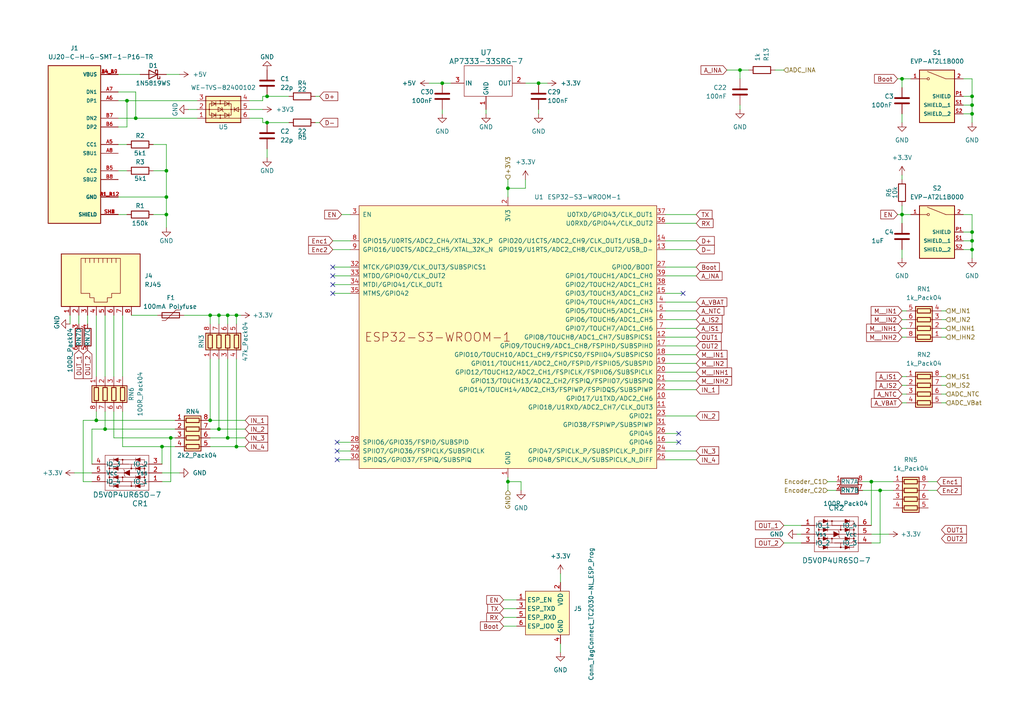
<source format=kicad_sch>
(kicad_sch (version 20230121) (generator eeschema)
  (paper "A4")
  (lib_symbols
    (symbol "BugWiper_Lib:AP7333-33SRG-7" (pin_names (offset 0.254))
      (property "Reference" "U" (at 0 10.16 0))
      (property "Value" "AP7333-33SRG-7" (at 0 7.62 0))
      (symbol "AP7333-33SRG-7_1_1"
        (pin power_out line (at 0 -7.62 90) (length 3.81) (name "GND") (number "1"))
        (pin output line (at 11.43 0 180) (length 3.81) (name "OUT") (number "2"))
        (pin input line (at -10.16 0 0) (length 3.81) (name "IN") (number "3"))
      )
    )
    (symbol "BugWiper_Lib:Conn_TagConnect_TC2030-NL_ESP_Prog" (in_bom no)
      (property "Reference" "J" (at 2.54 11.43 0))
      (property "Value" "Conn_TagConnect_TC2030-NL_ESP_Prog" (at 2.54 8.89 0))
      (symbol "Conn_TagConnect_TC2030-NL_ESP_Prog_1_0"
        (pin bidirectional line (at 7.62 5.08 180) (length 2.54) (name "ESP_EN") (number "1"))
        (pin power_in line (at -5.08 10.16 270) (length 2.54) (name "VDD") (number "2"))
        (pin bidirectional line (at 7.62 2.54 180) (length 2.54) (name "ESP_TXD") (number "3"))
        (pin power_in line (at -5.08 -7.62 90) (length 2.54) (name "GND") (number "4"))
        (pin bidirectional line (at 7.62 0 180) (length 2.54) (name "ESP_RXD") (number "5"))
        (pin bidirectional line (at 7.62 -2.54 180) (length 2.54) (name "ESP_IO0") (number "6"))
      )
    )
    (symbol "BugWiper_Lib:D5V0P4UR6SO-7" (pin_names (offset 0.254))
      (property "Reference" "CR" (at 20.32 10.16 0))
      (property "Value" "D5V0P4UR6SO-7" (at 20.32 7.62 0))
      (symbol "D5V0P4UR6SO-7_1_1"
        (pin unspecified line (at 10.16 0 0) (length 3.81) (name "IO_1") (number "1"))
        (pin unspecified line (at 10.16 -2.54 0) (length 3.81) (name "Vss") (number "2"))
        (pin unspecified line (at 10.16 -5.08 0) (length 3.81) (name "IO_2") (number "3"))
        (pin unspecified line (at 30.48 -5.08 180) (length 3.81) (name "IO_3") (number "4"))
        (pin unspecified line (at 30.48 -2.54 180) (length 3.81) (name "Vcc") (number "5"))
        (pin unspecified line (at 30.48 0 180) (length 3.81) (name "IO_4") (number "6"))
      )
    )
    (symbol "BugWiper_Lib:EVP-AT2L1B000" (pin_names (offset 1.016))
      (property "Reference" "S" (at -5.08 6.35 0))
      (property "Value" "EVP-AT2L1B000" (at -5.08 -11.43 0))
      (symbol "EVP-AT2L1B000_0_0"
        (pin passive line (at 7.62 2.54 180) (length 2.54) (name "~") (number "1"))
        (pin passive line (at -7.62 2.54 0) (length 2.54) (name "~") (number "2"))
        (pin passive line (at -7.62 -2.54 0) (length 2.54) (name "SHIELD") (number "P1"))
        (pin passive line (at -7.62 -5.08 0) (length 2.54) (name "SHIELD__1") (number "S1"))
        (pin passive line (at -7.62 -7.62 0) (length 2.54) (name "SHIELD__2") (number "S2"))
      )
    )
    (symbol "BugWiper_Lib:UJ20-C-H-G-SMT-1-P16-TR" (pin_names (offset 1.016))
      (property "Reference" "J" (at -7.62 23.622 0))
      (property "Value" "UJ20-C-H-G-SMT-1-P16-TR" (at -7.62 -23.622 0))
      (symbol "UJ20-C-H-G-SMT-1-P16-TR_0_0"
        (pin passive line (at 12.7 -15.24 180) (length 5.08) (name "GND") (number "A1_B12"))
        (pin passive line (at 12.7 20.32 180) (length 5.08) (name "VBUS") (number "A4_B9"))
        (pin passive line (at 12.7 0 180) (length 5.08) (name "CC1") (number "A5"))
        (pin passive line (at 12.7 12.7 180) (length 5.08) (name "DP1") (number "A6"))
        (pin passive line (at 12.7 15.24 180) (length 5.08) (name "DN1") (number "A7"))
        (pin passive line (at 12.7 -2.54 180) (length 5.08) (name "SBU1") (number "A8"))
        (pin passive line (at 12.7 -15.24 180) (length 5.08) (name "GND") (number "B1_A12"))
        (pin passive line (at 12.7 20.32 180) (length 5.08) (name "VBUS") (number "B4_A9"))
        (pin passive line (at 12.7 -7.62 180) (length 5.08) (name "CC2") (number "B5"))
        (pin passive line (at 12.7 5.08 180) (length 5.08) (name "DP2") (number "B6"))
        (pin passive line (at 12.7 7.62 180) (length 5.08) (name "DN2") (number "B7"))
        (pin passive line (at 12.7 -10.16 180) (length 5.08) (name "SBU2") (number "B8"))
        (pin passive line (at 12.7 -20.32 180) (length 5.08) (name "SHIELD") (number "SH1"))
        (pin passive line (at 12.7 -20.32 180) (length 5.08) (name "SHIELD") (number "SH2"))
        (pin passive line (at 12.7 -20.32 180) (length 5.08) (name "SHIELD") (number "SH3"))
        (pin passive line (at 12.7 -20.32 180) (length 5.08) (name "SHIELD") (number "SH4"))
      )
    )
    (symbol "Connector:RJ45" (pin_names (offset 1.016))
      (property "Reference" "J" (at -5.08 13.97 0))
      (property "Value" "RJ45" (at 2.54 13.97 0))
      (symbol "RJ45_1_1"
        (pin passive line (at 10.16 -7.62 180) (length 2.54) (name "~") (number "1"))
        (pin passive line (at 10.16 -5.08 180) (length 2.54) (name "~") (number "2"))
        (pin passive line (at 10.16 -2.54 180) (length 2.54) (name "~") (number "3"))
        (pin passive line (at 10.16 0 180) (length 2.54) (name "~") (number "4"))
        (pin passive line (at 10.16 2.54 180) (length 2.54) (name "~") (number "5"))
        (pin passive line (at 10.16 5.08 180) (length 2.54) (name "~") (number "6"))
        (pin passive line (at 10.16 7.62 180) (length 2.54) (name "~") (number "7"))
        (pin passive line (at 10.16 10.16 180) (length 2.54) (name "~") (number "8"))
      )
    )
    (symbol "D5V0P4UR6SO-7_1" (pin_names (offset 0.254))
      (property "Reference" "CR" (at 20.32 10.16 0))
      (property "Value" "D5V0P4UR6SO-7" (at 20.32 7.62 0))
      (symbol "D5V0P4UR6SO-7_1_1_1"
        (pin unspecified line (at 10.16 0 0) (length 3.81) (name "IO_1") (number "1"))
        (pin unspecified line (at 10.16 -2.54 0) (length 3.81) (name "Vss") (number "2"))
        (pin unspecified line (at 10.16 -5.08 0) (length 3.81) (name "IO_2") (number "3"))
        (pin unspecified line (at 30.48 -5.08 180) (length 3.81) (name "IO_3") (number "4"))
        (pin unspecified line (at 30.48 -2.54 180) (length 3.81) (name "Vcc") (number "5"))
        (pin unspecified line (at 30.48 0 180) (length 3.81) (name "IO_4") (number "6"))
      )
    )
    (symbol "Device:C" (pin_numbers hide) (pin_names (offset 0.254))
      (property "Reference" "C" (at 0.635 2.54 0))
      (property "Value" "C" (at 0.635 -2.54 0))
      (symbol "C_1_1"
        (pin passive line (at 0 3.81 270) (length 2.794) (name "~") (number "1"))
        (pin passive line (at 0 -3.81 90) (length 2.794) (name "~") (number "2"))
      )
    )
    (symbol "Device:Polyfuse" (pin_numbers hide) (pin_names (offset 0))
      (property "Reference" "F" (at -2.54 0 90))
      (property "Value" "Polyfuse" (at 2.54 0 90))
      (symbol "Polyfuse_1_1"
        (pin passive line (at 0 3.81 270) (length 1.27) (name "~") (number "1"))
        (pin passive line (at 0 -3.81 90) (length 1.27) (name "~") (number "2"))
      )
    )
    (symbol "Device:R" (pin_numbers hide) (pin_names (offset 0))
      (property "Reference" "R" (at 2.032 0 90))
      (property "Value" "R" (at 0 0 90))
      (symbol "R_1_1"
        (pin passive line (at 0 3.81 270) (length 1.27) (name "~") (number "1"))
        (pin passive line (at 0 -3.81 90) (length 1.27) (name "~") (number "2"))
      )
    )
    (symbol "Device:R_Pack04" (pin_names (offset 0) hide)
      (property "Reference" "RN" (at -7.62 0 90))
      (property "Value" "R_Pack04" (at 5.08 0 90))
      (symbol "R_Pack04_1_1"
        (pin passive line (at -5.08 -5.08 90) (length 2.54) (name "R1.1") (number "1"))
        (pin passive line (at -2.54 -5.08 90) (length 2.54) (name "R2.1") (number "2"))
        (pin passive line (at 0 -5.08 90) (length 2.54) (name "R3.1") (number "3"))
        (pin passive line (at 2.54 -5.08 90) (length 2.54) (name "R4.1") (number "4"))
        (pin passive line (at 2.54 5.08 270) (length 2.54) (name "R4.2") (number "5"))
        (pin passive line (at 0 5.08 270) (length 2.54) (name "R3.2") (number "6"))
        (pin passive line (at -2.54 5.08 270) (length 2.54) (name "R2.2") (number "7"))
        (pin passive line (at -5.08 5.08 270) (length 2.54) (name "R1.2") (number "8"))
      )
    )
    (symbol "Device:R_Pack04_Split" (pin_names (offset 0) hide)
      (property "Reference" "RN" (at 2.032 0 90))
      (property "Value" "R_Pack04_Split" (at 0 0 90))
      (symbol "R_Pack04_Split_1_1"
        (pin passive line (at 0 -3.81 90) (length 1.27) (name "R1.1") (number "1"))
        (pin passive line (at 0 3.81 270) (length 1.27) (name "R1.2") (number "8"))
      )
      (symbol "R_Pack04_Split_2_1"
        (pin passive line (at 0 -3.81 90) (length 1.27) (name "R2.1") (number "2"))
        (pin passive line (at 0 3.81 270) (length 1.27) (name "R2.2") (number "7"))
      )
      (symbol "R_Pack04_Split_3_1"
        (pin passive line (at 0 -3.81 90) (length 1.27) (name "R3.1") (number "3"))
        (pin passive line (at 0 3.81 270) (length 1.27) (name "R3.2") (number "6"))
      )
      (symbol "R_Pack04_Split_4_1"
        (pin passive line (at 0 -3.81 90) (length 1.27) (name "R4.1") (number "4"))
        (pin passive line (at 0 3.81 270) (length 1.27) (name "R4.2") (number "5"))
      )
    )
    (symbol "Diode:1N5819WS" (pin_numbers hide) (pin_names (offset 1.016) hide)
      (property "Reference" "D" (at 0 2.54 0))
      (property "Value" "1N5819WS" (at 0 -2.54 0))
      (symbol "1N5819WS_1_1"
        (pin passive line (at -3.81 0 0) (length 2.54) (name "K") (number "1"))
        (pin passive line (at 3.81 0 180) (length 2.54) (name "A") (number "2"))
      )
    )
    (symbol "PCM_Espressif:ESP32-S3-WROOM-1" (pin_names (offset 1.016))
      (property "Reference" "U" (at -43.18 43.18 0))
      (property "Value" "ESP32-S3-WROOM-1" (at -43.18 40.64 0))
      (symbol "ESP32-S3-WROOM-1_0_0"
        (text "ESP32-S3-WROOM-1" (at -20.32 0 0) (effects (font (size 2.54 2.54))))
        (pin power_in line (at 0 -40.64 90) (length 2.54) (name "GND") (number "1"))
        (pin bidirectional line (at 45.72 -17.78 180) (length 2.54) (name "GPIO17/U1TXD/ADC2_CH6") (number "10"))
        (pin bidirectional line (at 45.72 -20.32 180) (length 2.54) (name "GPIO18/U1RXD/ADC2_CH7/CLK_OUT3") (number "11"))
        (pin bidirectional line (at 45.72 0 180) (length 2.54) (name "GPIO8/TOUCH8/ADC1_CH7/SUBSPICS1") (number "12"))
        (pin bidirectional line (at 45.72 25.4 180) (length 2.54) (name "GPIO19/U1RTS/ADC2_CH8/CLK_OUT2/USB_D-") (number "13"))
        (pin bidirectional line (at 45.72 27.94 180) (length 2.54) (name "GPIO20/U1CTS/ADC2_CH9/CLK_OUT1/USB_D+") (number "14"))
        (pin bidirectional line (at 45.72 12.7 180) (length 2.54) (name "GPIO3/TOUCH3/ADC1_CH2") (number "15"))
        (pin bidirectional line (at 45.72 -30.48 180) (length 2.54) (name "GPIO46") (number "16"))
        (pin bidirectional line (at 45.72 -2.54 180) (length 2.54) (name "GPIO9/TOUCH9/ADC1_CH8/FSPIHD/SUBSPIHD") (number "17"))
        (pin bidirectional line (at 45.72 -5.08 180) (length 2.54) (name "GPIO10/TOUCH10/ADC1_CH9/FSPICS0/FSPIIO4/SUBSPICS0") (number "18"))
        (pin bidirectional line (at 45.72 -7.62 180) (length 2.54) (name "GPIO11/TOUCH11/ADC2_CH0/FSPID/FSPIIO5/SUBSPID") (number "19"))
        (pin power_in line (at 0 40.64 270) (length 2.54) (name "3V3") (number "2"))
        (pin bidirectional line (at 45.72 -10.16 180) (length 2.54) (name "GPIO12/TOUCH12/ADC2_CH1/FSPICLK/FSPIIO6/SUBSPICLK") (number "20"))
        (pin bidirectional line (at 45.72 -12.7 180) (length 2.54) (name "GPIO13/TOUCH13/ADC2_CH2/FSPIQ/FSPIIO7/SUBSPIQ") (number "21"))
        (pin bidirectional line (at 45.72 -15.24 180) (length 2.54) (name "GPIO14/TOUCH14/ADC2_CH3/FSPIWP/FSPIDQS/SUBSPIWP") (number "22"))
        (pin bidirectional line (at 45.72 -22.86 180) (length 2.54) (name "GPIO21") (number "23"))
        (pin bidirectional line (at 45.72 -33.02 180) (length 2.54) (name "GPIO47/SPICLK_P/SUBSPICLK_P_DIFF") (number "24"))
        (pin bidirectional line (at 45.72 -35.56 180) (length 2.54) (name "GPIO48/SPICLK_N/SUBSPICLK_N_DIFF") (number "25"))
        (pin bidirectional line (at 45.72 -27.94 180) (length 2.54) (name "GPIO45") (number "26"))
        (pin bidirectional line (at 45.72 20.32 180) (length 2.54) (name "GPIO0/BOOT") (number "27"))
        (pin bidirectional line (at -45.72 -30.48 0) (length 2.54) (name "SPIIO6/GPIO35/FSPID/SUBSPID") (number "28"))
        (pin bidirectional line (at -45.72 -33.02 0) (length 2.54) (name "SPIIO7/GPIO36/FSPICLK/SUBSPICLK") (number "29"))
        (pin input line (at -45.72 35.56 0) (length 2.54) (name "EN") (number "3"))
        (pin bidirectional line (at -45.72 -35.56 0) (length 2.54) (name "SPIDQS/GPIO37/FSPIQ/SUBSPIQ") (number "30"))
        (pin bidirectional line (at 45.72 -25.4 180) (length 2.54) (name "GPIO38/FSPIWP/SUBSPIWP") (number "31"))
        (pin bidirectional line (at -45.72 20.32 0) (length 2.54) (name "MTCK/GPIO39/CLK_OUT3/SUBSPICS1") (number "32"))
        (pin bidirectional line (at -45.72 17.78 0) (length 2.54) (name "MTDO/GPIO40/CLK_OUT2") (number "33"))
        (pin bidirectional line (at -45.72 15.24 0) (length 2.54) (name "MTDI/GPIO41/CLK_OUT1") (number "34"))
        (pin bidirectional line (at -45.72 12.7 0) (length 2.54) (name "MTMS/GPIO42") (number "35"))
        (pin bidirectional line (at 45.72 33.02 180) (length 2.54) (name "U0RXD/GPIO44/CLK_OUT2") (number "36"))
        (pin bidirectional line (at 45.72 35.56 180) (length 2.54) (name "U0TXD/GPIO43/CLK_OUT1") (number "37"))
        (pin bidirectional line (at 45.72 15.24 180) (length 2.54) (name "GPIO2/TOUCH2/ADC1_CH1") (number "38"))
        (pin bidirectional line (at 45.72 17.78 180) (length 2.54) (name "GPIO1/TOUCH1/ADC1_CH0") (number "39"))
        (pin bidirectional line (at 45.72 10.16 180) (length 2.54) (name "GPIO4/TOUCH4/ADC1_CH3") (number "4"))
        (pin passive line (at 0 -40.64 90) (length 2.54) hide (name "GND") (number "40"))
        (pin passive line (at 0 -40.64 90) (length 2.54) hide (name "GND") (number "41"))
        (pin bidirectional line (at 45.72 7.62 180) (length 2.54) (name "GPIO5/TOUCH5/ADC1_CH4") (number "5"))
        (pin bidirectional line (at 45.72 5.08 180) (length 2.54) (name "GPIO6/TOUCH6/ADC1_CH5") (number "6"))
        (pin bidirectional line (at 45.72 2.54 180) (length 2.54) (name "GPIO7/TOUCH7/ADC1_CH6") (number "7"))
        (pin bidirectional line (at -45.72 27.94 0) (length 2.54) (name "GPIO15/U0RTS/ADC2_CH4/XTAL_32K_P") (number "8"))
        (pin bidirectional line (at -45.72 25.4 0) (length 2.54) (name "GPIO16/U0CTS/ADC2_CH5/XTAL_32K_N") (number "9"))
      )
    )
    (symbol "Power_Protection:WE-TVS-82400102"
      (property "Reference" "U" (at 0 7.62 0))
      (property "Value" "WE-TVS-82400102" (at 0 5.08 0))
      (symbol "WE-TVS-82400102_1_1"
        (pin passive line (at -7.62 2.54 0) (length 2.54) (name "~") (number "1"))
        (pin passive line (at -7.62 0 0) (length 2.54) (name "~") (number "2"))
        (pin passive line (at -7.62 -2.54 0) (length 2.54) (name "~") (number "3"))
        (pin passive line (at 7.62 -2.54 180) (length 2.54) (name "~") (number "4"))
        (pin passive line (at 7.62 0 180) (length 2.54) (name "~") (number "5"))
        (pin passive line (at 7.62 2.54 180) (length 2.54) (name "~") (number "6"))
      )
    )
    (symbol "power:+3.3V" (power) (pin_names (offset 0))
      (property "Value" "+3.3V" (at 0 3.556 0))
      (symbol "+3.3V_1_1"
        (pin power_in line (at 0 0 90) (length 0) hide (name "+3.3V") (number "1"))
      )
    )
    (symbol "power:+3V3" (power) (pin_names (offset 0))
      (property "Value" "+3V3" (at 0 3.556 0))
      (symbol "+3V3_1_1"
        (pin power_in line (at 0 0 90) (length 0) hide (name "+3V3") (number "1"))
      )
    )
    (symbol "power:+5V" (power) (pin_names (offset 0))
      (property "Value" "+5V" (at 0 3.556 0))
      (symbol "+5V_1_1"
        (pin power_in line (at 0 0 90) (length 0) hide (name "+5V") (number "1"))
      )
    )
    (symbol "power:GND" (power) (pin_names (offset 0))
      (property "Value" "GND" (at 0 -3.81 0))
      (symbol "GND_1_1"
        (pin power_in line (at 0 0 270) (length 0) hide (name "GND") (number "1"))
      )
    )
  )
  (junction (at 281.94 27.94))
  (junction (at 281.94 72.39))
  (junction (at 68.58 91.44))
  (junction (at 281.94 69.85))
  (junction (at 63.5 124.46))
  (junction (at 66.04 127))
  (junction (at 147.32 54.61))
  (junction (at 214.63 20.32))
  (junction (at 63.5 91.44))
  (junction (at 281.94 33.02))
  (junction (at 68.58 129.54))
  (junction (at 281.94 30.48))
  (junction (at 252.73 139.7))
  (junction (at 36.83 29.21))
  (junction (at 60.96 121.92))
  (junction (at 261.62 62.23))
  (junction (at 66.04 91.44))
  (junction (at 147.32 139.7))
  (junction (at 30.48 124.46))
  (junction (at 60.96 91.44))
  (junction (at 77.47 27.94))
  (junction (at 48.26 49.53))
  (junction (at 27.94 121.92))
  (junction (at 261.62 22.86))
  (junction (at 48.26 57.15))
  (junction (at 39.37 34.29))
  (junction (at 255.27 142.24))
  (junction (at 46.99 129.54))
  (junction (at 77.47 35.56))
  (junction (at 281.94 67.31))
  (junction (at 128.27 24.13))
  (junction (at 48.26 62.23))
  (junction (at 156.21 24.13))
  (junction (at 49.53 127))
  (no_connect (at 96.52 77.47))
  (no_connect (at 97.79 133.35))
  (no_connect (at 198.12 85.09))
  (no_connect (at 97.79 130.81))
  (no_connect (at 196.85 128.27))
  (no_connect (at 196.85 125.73))
  (no_connect (at 96.52 82.55))
  (no_connect (at 96.52 80.01))
  (no_connect (at 97.79 128.27))
  (no_connect (at 96.52 85.09))
  (wire (pts (xy 46.99 139.7) (xy 49.53 139.7)))
  (wire (pts (xy 66.04 104.14) (xy 66.04 127)))
  (wire (pts (xy 281.94 72.39) (xy 281.94 74.93)))
  (wire (pts (xy 227.33 152.4) (xy 232.41 152.4)))
  (wire (pts (xy 147.32 54.61) (xy 147.32 57.15)))
  (wire (pts (xy 152.4 24.13) (xy 156.21 24.13)))
  (wire (pts (xy 193.04 77.47) (xy 201.93 77.47)))
  (wire (pts (xy 27.94 121.92) (xy 50.8 121.92)))
  (wire (pts (xy 63.5 91.44) (xy 66.04 91.44)))
  (wire (pts (xy 60.96 127) (xy 66.04 127)))
  (wire (pts (xy 66.04 91.44) (xy 66.04 93.98)))
  (wire (pts (xy 273.05 92.71) (xy 274.32 92.71)))
  (wire (pts (xy 261.62 116.84) (xy 262.89 116.84)))
  (wire (pts (xy 48.26 49.53) (xy 44.45 49.53)))
  (wire (pts (xy 231.14 154.94) (xy 232.41 154.94)))
  (wire (pts (xy 240.03 139.7) (xy 242.57 139.7)))
  (wire (pts (xy 260.35 22.86) (xy 261.62 22.86)))
  (wire (pts (xy 24.13 121.92) (xy 27.94 121.92)))
  (wire (pts (xy 34.29 49.53) (xy 36.83 49.53)))
  (wire (pts (xy 34.29 34.29) (xy 39.37 34.29)))
  (wire (pts (xy 274.32 116.84) (xy 273.05 116.84)))
  (wire (pts (xy 214.63 22.86) (xy 214.63 20.32)))
  (wire (pts (xy 151.13 139.7) (xy 147.32 139.7)))
  (wire (pts (xy 162.56 186.69) (xy 162.56 189.23)))
  (wire (pts (xy 60.96 124.46) (xy 63.5 124.46)))
  (wire (pts (xy 124.46 24.13) (xy 128.27 24.13)))
  (wire (pts (xy 193.04 110.49) (xy 201.93 110.49)))
  (wire (pts (xy 214.63 20.32) (xy 217.17 20.32)))
  (wire (pts (xy 96.52 80.01) (xy 101.6 80.01)))
  (wire (pts (xy 60.96 129.54) (xy 68.58 129.54)))
  (wire (pts (xy 250.19 139.7) (xy 252.73 139.7)))
  (wire (pts (xy 273.05 114.3) (xy 274.32 114.3)))
  (wire (pts (xy 162.56 166.37) (xy 162.56 168.91)))
  (wire (pts (xy 281.94 33.02) (xy 281.94 35.56)))
  (wire (pts (xy 193.04 62.23) (xy 201.93 62.23)))
  (wire (pts (xy 252.73 154.94) (xy 257.81 154.94)))
  (wire (pts (xy 281.94 22.86) (xy 281.94 27.94)))
  (wire (pts (xy 91.44 27.94) (xy 92.71 27.94)))
  (wire (pts (xy 250.19 142.24) (xy 255.27 142.24)))
  (wire (pts (xy 25.4 91.44) (xy 25.4 93.98)))
  (wire (pts (xy 279.4 62.23) (xy 281.94 62.23)))
  (wire (pts (xy 60.96 91.44) (xy 60.96 93.98)))
  (wire (pts (xy 274.32 95.25) (xy 273.05 95.25)))
  (wire (pts (xy 193.04 69.85) (xy 201.93 69.85)))
  (wire (pts (xy 261.62 90.17) (xy 262.89 90.17)))
  (wire (pts (xy 34.29 29.21) (xy 36.83 29.21)))
  (wire (pts (xy 152.4 52.07) (xy 152.4 54.61)))
  (wire (pts (xy 151.13 142.24) (xy 151.13 139.7)))
  (wire (pts (xy 44.45 62.23) (xy 48.26 62.23)))
  (wire (pts (xy 193.04 100.33) (xy 201.93 100.33)))
  (wire (pts (xy 30.48 124.46) (xy 26.67 124.46)))
  (wire (pts (xy 147.32 142.24) (xy 147.32 139.7)))
  (wire (pts (xy 252.73 139.7) (xy 252.73 152.4)))
  (wire (pts (xy 48.26 41.91) (xy 48.26 49.53)))
  (wire (pts (xy 54.61 31.75) (xy 57.15 31.75)))
  (wire (pts (xy 35.56 119.38) (xy 35.56 129.54)))
  (wire (pts (xy 21.59 137.16) (xy 26.67 137.16)))
  (wire (pts (xy 63.5 104.14) (xy 63.5 124.46)))
  (wire (pts (xy 22.86 91.44) (xy 22.86 93.98)))
  (wire (pts (xy 193.04 97.79) (xy 201.93 97.79)))
  (wire (pts (xy 252.73 157.48) (xy 255.27 157.48)))
  (wire (pts (xy 34.29 57.15) (xy 48.26 57.15)))
  (wire (pts (xy 68.58 91.44) (xy 68.58 93.98)))
  (wire (pts (xy 261.62 59.69) (xy 261.62 62.23)))
  (wire (pts (xy 260.35 62.23) (xy 261.62 62.23)))
  (wire (pts (xy 34.29 21.59) (xy 40.64 21.59)))
  (wire (pts (xy 279.4 67.31) (xy 281.94 67.31)))
  (wire (pts (xy 57.15 34.29) (xy 39.37 34.29)))
  (wire (pts (xy 240.03 142.24) (xy 242.57 142.24)))
  (wire (pts (xy 274.32 97.79) (xy 273.05 97.79)))
  (wire (pts (xy 269.24 142.24) (xy 271.78 142.24)))
  (wire (pts (xy 261.62 50.8) (xy 261.62 52.07)))
  (wire (pts (xy 147.32 52.07) (xy 147.32 54.61)))
  (wire (pts (xy 279.4 33.02) (xy 281.94 33.02)))
  (wire (pts (xy 48.26 66.04) (xy 48.26 62.23)))
  (wire (pts (xy 76.2 35.56) (xy 76.2 34.29)))
  (wire (pts (xy 36.83 29.21) (xy 57.15 29.21)))
  (wire (pts (xy 193.04 72.39) (xy 201.93 72.39)))
  (wire (pts (xy 146.05 181.61) (xy 149.86 181.61)))
  (wire (pts (xy 72.39 31.75) (xy 76.2 31.75)))
  (wire (pts (xy 99.06 62.23) (xy 101.6 62.23)))
  (wire (pts (xy 273.05 109.22) (xy 274.32 109.22)))
  (wire (pts (xy 147.32 139.7) (xy 147.32 138.43)))
  (wire (pts (xy 261.62 62.23) (xy 261.62 64.77)))
  (wire (pts (xy 66.04 91.44) (xy 68.58 91.44)))
  (wire (pts (xy 91.44 35.56) (xy 92.71 35.56)))
  (wire (pts (xy 36.83 29.21) (xy 36.83 36.83)))
  (wire (pts (xy 279.4 27.94) (xy 281.94 27.94)))
  (wire (pts (xy 156.21 33.02) (xy 156.21 31.75)))
  (wire (pts (xy 261.62 33.02) (xy 261.62 35.56)))
  (wire (pts (xy 261.62 62.23) (xy 264.16 62.23)))
  (wire (pts (xy 34.29 36.83) (xy 36.83 36.83)))
  (wire (pts (xy 38.1 91.44) (xy 45.72 91.44)))
  (wire (pts (xy 35.56 91.44) (xy 35.56 109.22)))
  (wire (pts (xy 261.62 97.79) (xy 262.89 97.79)))
  (wire (pts (xy 77.47 35.56) (xy 83.82 35.56)))
  (wire (pts (xy 26.67 124.46) (xy 26.67 134.62)))
  (wire (pts (xy 97.79 130.81) (xy 101.6 130.81)))
  (wire (pts (xy 48.26 57.15) (xy 48.26 49.53)))
  (wire (pts (xy 97.79 128.27) (xy 101.6 128.27)))
  (wire (pts (xy 69.85 91.44) (xy 68.58 91.44)))
  (wire (pts (xy 281.94 69.85) (xy 281.94 72.39)))
  (wire (pts (xy 261.62 95.25) (xy 262.89 95.25)))
  (wire (pts (xy 24.13 139.7) (xy 26.67 139.7)))
  (wire (pts (xy 261.62 72.39) (xy 261.62 74.93)))
  (wire (pts (xy 68.58 104.14) (xy 68.58 129.54)))
  (wire (pts (xy 193.04 90.17) (xy 201.93 90.17)))
  (wire (pts (xy 193.04 92.71) (xy 201.93 92.71)))
  (wire (pts (xy 193.04 125.73) (xy 196.85 125.73)))
  (wire (pts (xy 60.96 121.92) (xy 71.12 121.92)))
  (wire (pts (xy 20.32 91.44) (xy 20.32 93.98)))
  (wire (pts (xy 68.58 129.54) (xy 71.12 129.54)))
  (wire (pts (xy 261.62 109.22) (xy 262.89 109.22)))
  (wire (pts (xy 27.94 91.44) (xy 27.94 109.22)))
  (wire (pts (xy 210.82 20.32) (xy 214.63 20.32)))
  (wire (pts (xy 128.27 31.75) (xy 128.27 33.02)))
  (wire (pts (xy 52.07 137.16) (xy 46.99 137.16)))
  (wire (pts (xy 76.2 27.94) (xy 76.2 29.21)))
  (wire (pts (xy 34.29 62.23) (xy 36.83 62.23)))
  (wire (pts (xy 63.5 91.44) (xy 63.5 93.98)))
  (wire (pts (xy 193.04 80.01) (xy 201.93 80.01)))
  (wire (pts (xy 48.26 62.23) (xy 48.26 57.15)))
  (wire (pts (xy 281.94 62.23) (xy 281.94 67.31)))
  (wire (pts (xy 193.04 95.25) (xy 201.93 95.25)))
  (wire (pts (xy 33.02 127) (xy 49.53 127)))
  (wire (pts (xy 66.04 127) (xy 71.12 127)))
  (wire (pts (xy 30.48 91.44) (xy 30.48 109.22)))
  (wire (pts (xy 48.26 21.59) (xy 52.07 21.59)))
  (wire (pts (xy 279.4 72.39) (xy 281.94 72.39)))
  (wire (pts (xy 97.79 133.35) (xy 101.6 133.35)))
  (wire (pts (xy 49.53 127) (xy 49.53 139.7)))
  (wire (pts (xy 193.04 107.95) (xy 201.93 107.95)))
  (wire (pts (xy 46.99 129.54) (xy 50.8 129.54)))
  (wire (pts (xy 156.21 24.13) (xy 158.75 24.13)))
  (wire (pts (xy 281.94 27.94) (xy 281.94 30.48)))
  (wire (pts (xy 33.02 91.44) (xy 33.02 109.22)))
  (wire (pts (xy 27.94 119.38) (xy 27.94 121.92)))
  (wire (pts (xy 273.05 90.17) (xy 274.32 90.17)))
  (wire (pts (xy 279.4 69.85) (xy 281.94 69.85)))
  (wire (pts (xy 279.4 30.48) (xy 281.94 30.48)))
  (wire (pts (xy 96.52 77.47) (xy 101.6 77.47)))
  (wire (pts (xy 48.26 41.91) (xy 44.45 41.91)))
  (wire (pts (xy 193.04 133.35) (xy 201.93 133.35)))
  (wire (pts (xy 140.97 31.75) (xy 140.97 33.02)))
  (wire (pts (xy 76.2 27.94) (xy 77.47 27.94)))
  (wire (pts (xy 146.05 173.99) (xy 149.86 173.99)))
  (wire (pts (xy 261.62 92.71) (xy 262.89 92.71)))
  (wire (pts (xy 128.27 24.13) (xy 130.81 24.13)))
  (wire (pts (xy 96.52 69.85) (xy 101.6 69.85)))
  (wire (pts (xy 279.4 22.86) (xy 281.94 22.86)))
  (wire (pts (xy 72.39 29.21) (xy 76.2 29.21)))
  (wire (pts (xy 39.37 26.67) (xy 39.37 34.29)))
  (wire (pts (xy 30.48 119.38) (xy 30.48 124.46)))
  (wire (pts (xy 46.99 129.54) (xy 46.99 134.62)))
  (wire (pts (xy 96.52 72.39) (xy 101.6 72.39)))
  (wire (pts (xy 193.04 85.09) (xy 198.12 85.09)))
  (wire (pts (xy 63.5 124.46) (xy 71.12 124.46)))
  (wire (pts (xy 24.13 121.92) (xy 24.13 139.7)))
  (wire (pts (xy 193.04 128.27) (xy 196.85 128.27)))
  (wire (pts (xy 273.05 111.76) (xy 274.32 111.76)))
  (wire (pts (xy 72.39 34.29) (xy 76.2 34.29)))
  (wire (pts (xy 193.04 102.87) (xy 201.93 102.87)))
  (wire (pts (xy 281.94 67.31) (xy 281.94 69.85)))
  (wire (pts (xy 96.52 85.09) (xy 101.6 85.09)))
  (wire (pts (xy 224.79 20.32) (xy 227.33 20.32)))
  (wire (pts (xy 146.05 176.53) (xy 149.86 176.53)))
  (wire (pts (xy 193.04 120.65) (xy 201.93 120.65)))
  (wire (pts (xy 33.02 127) (xy 33.02 119.38)))
  (wire (pts (xy 271.78 139.7) (xy 269.24 139.7)))
  (wire (pts (xy 53.34 91.44) (xy 60.96 91.44)))
  (wire (pts (xy 152.4 54.61) (xy 147.32 54.61)))
  (wire (pts (xy 76.2 35.56) (xy 77.47 35.56)))
  (wire (pts (xy 193.04 113.03) (xy 201.93 113.03)))
  (wire (pts (xy 261.62 111.76) (xy 262.89 111.76)))
  (wire (pts (xy 261.62 22.86) (xy 264.16 22.86)))
  (wire (pts (xy 34.29 41.91) (xy 36.83 41.91)))
  (wire (pts (xy 261.62 25.4) (xy 261.62 22.86)))
  (wire (pts (xy 34.29 26.67) (xy 39.37 26.67)))
  (wire (pts (xy 60.96 104.14) (xy 60.96 121.92)))
  (wire (pts (xy 49.53 127) (xy 50.8 127)))
  (wire (pts (xy 214.63 30.48) (xy 214.63 31.75)))
  (wire (pts (xy 146.05 179.07) (xy 149.86 179.07)))
  (wire (pts (xy 281.94 30.48) (xy 281.94 33.02)))
  (wire (pts (xy 193.04 87.63) (xy 201.93 87.63)))
  (wire (pts (xy 77.47 27.94) (xy 83.82 27.94)))
  (wire (pts (xy 193.04 64.77) (xy 201.93 64.77)))
  (wire (pts (xy 35.56 129.54) (xy 46.99 129.54)))
  (wire (pts (xy 255.27 142.24) (xy 259.08 142.24)))
  (wire (pts (xy 252.73 139.7) (xy 259.08 139.7)))
  (wire (pts (xy 255.27 142.24) (xy 255.27 157.48)))
  (wire (pts (xy 193.04 105.41) (xy 201.93 105.41)))
  (wire (pts (xy 227.33 157.48) (xy 232.41 157.48)))
  (wire (pts (xy 60.96 91.44) (xy 63.5 91.44)))
  (wire (pts (xy 193.04 130.81) (xy 201.93 130.81)))
  (wire (pts (xy 50.8 124.46) (xy 30.48 124.46)))
  (wire (pts (xy 77.47 45.72) (xy 77.47 43.18)))
  (wire (pts (xy 96.52 82.55) (xy 101.6 82.55)))
  (wire (pts (xy 261.62 114.3) (xy 262.89 114.3)))
  (global_label "Boot" (shape input) (at 260.35 22.86 180) (property "Intersheetrefs" "${INTERSHEET_REFS}" (effects hide)))
  (global_label "M__IN2" (shape input) (at 261.62 92.71 180) (property "Intersheetrefs" "${INTERSHEET_REFS}" (effects hide)))
  (global_label "OUT2" (shape input) (at 201.93 100.33 0) (property "Intersheetrefs" "${INTERSHEET_REFS}" (effects hide)))
  (global_label "M__IN1" (shape input) (at 261.62 90.17 180) (property "Intersheetrefs" "${INTERSHEET_REFS}" (effects hide)))
  (global_label "A_IS2" (shape input) (at 201.93 92.71 0) (property "Intersheetrefs" "${INTERSHEET_REFS}" (effects hide)))
  (global_label "M__INH2" (shape input) (at 261.62 97.79 180) (property "Intersheetrefs" "${INTERSHEET_REFS}" (effects hide)))
  (global_label "M__IN1" (shape input) (at 201.93 102.87 0) (property "Intersheetrefs" "${INTERSHEET_REFS}" (effects hide)))
  (global_label "OUT_1" (shape input) (at 22.86 101.6 270) (property "Intersheetrefs" "${INTERSHEET_REFS}" (effects hide)))
  (global_label "D-" (shape input) (at 92.71 35.56 0) (property "Intersheetrefs" "${INTERSHEET_REFS}" (effects hide)))
  (global_label "Enc1" (shape input) (at 271.78 139.7 0) (property "Intersheetrefs" "${INTERSHEET_REFS}" (effects hide)))
  (global_label "IN_2" (shape input) (at 201.93 120.65 0) (property "Intersheetrefs" "${INTERSHEET_REFS}" (effects hide)))
  (global_label "OUT_1" (shape input) (at 227.33 152.4 180) (property "Intersheetrefs" "${INTERSHEET_REFS}" (effects hide)))
  (global_label "IN_1" (shape input) (at 71.12 121.92 0) (property "Intersheetrefs" "${INTERSHEET_REFS}" (effects hide)))
  (global_label "D+" (shape input) (at 201.93 69.85 0) (property "Intersheetrefs" "${INTERSHEET_REFS}" (effects hide)))
  (global_label "IN_3" (shape input) (at 201.93 130.81 0) (property "Intersheetrefs" "${INTERSHEET_REFS}" (effects hide)))
  (global_label "OUT1" (shape input) (at 273.05 153.67 0) (property "Intersheetrefs" "${INTERSHEET_REFS}" (effects hide)))
  (global_label "A_IS1" (shape input) (at 261.62 109.22 180) (property "Intersheetrefs" "${INTERSHEET_REFS}" (effects hide)))
  (global_label "Enc1" (shape input) (at 96.52 69.85 180) (property "Intersheetrefs" "${INTERSHEET_REFS}" (effects hide)))
  (global_label "A_INA" (shape input) (at 210.82 20.32 180) (property "Intersheetrefs" "${INTERSHEET_REFS}" (effects hide)))
  (global_label "EN" (shape input) (at 260.35 62.23 180) (property "Intersheetrefs" "${INTERSHEET_REFS}" (effects hide)))
  (global_label "M__INH1" (shape input) (at 261.62 95.25 180) (property "Intersheetrefs" "${INTERSHEET_REFS}" (effects hide)))
  (global_label "OUT2" (shape input) (at 273.05 156.21 0) (property "Intersheetrefs" "${INTERSHEET_REFS}" (effects hide)))
  (global_label "OUT1" (shape input) (at 201.93 97.79 0) (property "Intersheetrefs" "${INTERSHEET_REFS}" (effects hide)))
  (global_label "A_IS1" (shape input) (at 201.93 95.25 0) (property "Intersheetrefs" "${INTERSHEET_REFS}" (effects hide)))
  (global_label "OUT_2" (shape input) (at 227.33 157.48 180) (property "Intersheetrefs" "${INTERSHEET_REFS}" (effects hide)))
  (global_label "Boot" (shape input) (at 201.93 77.47 0) (property "Intersheetrefs" "${INTERSHEET_REFS}" (effects hide)))
  (global_label "OUT_2" (shape input) (at 25.4 101.6 270) (property "Intersheetrefs" "${INTERSHEET_REFS}" (effects hide)))
  (global_label "EN" (shape input) (at 99.06 62.23 180) (property "Intersheetrefs" "${INTERSHEET_REFS}" (effects hide)))
  (global_label "Enc2" (shape input) (at 271.78 142.24 0) (property "Intersheetrefs" "${INTERSHEET_REFS}" (effects hide)))
  (global_label "A_VBAT" (shape input) (at 261.62 116.84 180) (property "Intersheetrefs" "${INTERSHEET_REFS}" (effects hide)))
  (global_label "A_INA" (shape input) (at 201.93 80.01 0) (property "Intersheetrefs" "${INTERSHEET_REFS}" (effects hide)))
  (global_label "A_VBAT" (shape input) (at 201.93 87.63 0) (property "Intersheetrefs" "${INTERSHEET_REFS}" (effects hide)))
  (global_label "M__INH1" (shape input) (at 201.93 107.95 0) (property "Intersheetrefs" "${INTERSHEET_REFS}" (effects hide)))
  (global_label "EN" (shape input) (at 146.05 173.99 180) (property "Intersheetrefs" "${INTERSHEET_REFS}" (effects hide)))
  (global_label "IN_3" (shape input) (at 71.12 127 0) (property "Intersheetrefs" "${INTERSHEET_REFS}" (effects hide)))
  (global_label "IN_4" (shape input) (at 201.93 133.35 0) (property "Intersheetrefs" "${INTERSHEET_REFS}" (effects hide)))
  (global_label "IN_4" (shape input) (at 71.12 129.54 0) (property "Intersheetrefs" "${INTERSHEET_REFS}" (effects hide)))
  (global_label "A_NTC" (shape input) (at 201.93 90.17 0) (property "Intersheetrefs" "${INTERSHEET_REFS}" (effects hide)))
  (global_label "TX" (shape input) (at 146.05 176.53 180) (property "Intersheetrefs" "${INTERSHEET_REFS}" (effects hide)))
  (global_label "A_NTC" (shape input) (at 261.62 114.3 180) (property "Intersheetrefs" "${INTERSHEET_REFS}" (effects hide)))
  (global_label "IN_2" (shape input) (at 71.12 124.46 0) (property "Intersheetrefs" "${INTERSHEET_REFS}" (effects hide)))
  (global_label "M__IN2" (shape input) (at 201.93 105.41 0) (property "Intersheetrefs" "${INTERSHEET_REFS}" (effects hide)))
  (global_label "D+" (shape input) (at 92.71 27.94 0) (property "Intersheetrefs" "${INTERSHEET_REFS}" (effects hide)))
  (global_label "Enc2" (shape input) (at 96.52 72.39 180) (property "Intersheetrefs" "${INTERSHEET_REFS}" (effects hide)))
  (global_label "TX" (shape input) (at 201.93 62.23 0) (property "Intersheetrefs" "${INTERSHEET_REFS}" (effects hide)))
  (global_label "A_IS2" (shape input) (at 261.62 111.76 180) (property "Intersheetrefs" "${INTERSHEET_REFS}" (effects hide)))
  (global_label "M__INH2" (shape input) (at 201.93 110.49 0) (property "Intersheetrefs" "${INTERSHEET_REFS}" (effects hide)))
  (global_label "RX" (shape input) (at 201.93 64.77 0) (property "Intersheetrefs" "${INTERSHEET_REFS}" (effects hide)))
  (global_label "IN_1" (shape input) (at 201.93 113.03 0) (property "Intersheetrefs" "${INTERSHEET_REFS}" (effects hide)))
  (global_label "Boot" (shape input) (at 146.05 181.61 180) (property "Intersheetrefs" "${INTERSHEET_REFS}" (effects hide)))
  (global_label "D-" (shape input) (at 201.93 72.39 0) (property "Intersheetrefs" "${INTERSHEET_REFS}" (effects hide)))
  (global_label "RX" (shape input) (at 146.05 179.07 180) (property "Intersheetrefs" "${INTERSHEET_REFS}" (effects hide)))
  (hierarchical_label "Encoder_C2" (shape input) (at 240.03 142.24 180))
  (hierarchical_label "+3V3" (shape input) (at 147.32 52.07 90))
  (hierarchical_label "M_INH1" (shape input) (at 274.32 95.25 0))
  (hierarchical_label "GND" (shape input) (at 147.32 142.24 270))
  (hierarchical_label "ADC_NTC" (shape input) (at 274.32 114.3 0))
  (hierarchical_label "ADC_INA" (shape input) (at 227.33 20.32 0))
  (hierarchical_label "ADC_VBat" (shape input) (at 274.32 116.84 0))
  (hierarchical_label "Encoder_C1" (shape input) (at 240.03 139.7 180))
  (hierarchical_label "M_IN1" (shape input) (at 274.32 90.17 0))
  (hierarchical_label "M_IS1" (shape input) (at 274.32 109.22 0))
  (hierarchical_label "M_IS2" (shape input) (at 274.32 111.76 0))
  (hierarchical_label "M_IHN2" (shape input) (at 274.32 97.79 0))
  (hierarchical_label "M_IN2" (shape input) (at 274.32 92.71 0))
  (symbol (lib_id "Device:R_Pack04") (at 55.88 127 270) (unit 1)
    (property "Reference" "RN4" (at 55.88 119.38 90))
    (property "Value" "2k2_Pack04" (at 57.15 132.08 90))
    (property "Footprint" "BugWiper_lib:BO_CAY16" (effects hide))
  )
  (symbol (lib_id "Device:R_Pack04") (at 267.97 92.71 90) (unit 1)
    (property "Reference" "RN1" (at 267.97 83.82 90))
    (property "Value" "1k_Pack04" (at 267.97 86.36 90))
    (property "Footprint" "BugWiper_lib:BO_CAY16" (effects hide))
  )
  (symbol (lib_id "power:GND") (at 281.94 35.56 0) (unit 1)
    (property "Reference" "#PWR010" (effects hide))
    (property "Value" "GND" (at 281.94 40.64 0))
  )
  (symbol (lib_id "power:GND") (at 20.32 93.98 270) (unit 1)
    (property "Reference" "#PWR043" (effects hide))
    (property "Value" "GND" (at 16.51 91.44 0) (effects (justify left)))
  )
  (symbol (lib_id "power:GND") (at 48.26 66.04 0) (unit 1)
    (property "Reference" "#PWR05" (effects hide))
    (property "Value" "GND" (at 48.26 69.85 0))
  )
  (symbol (lib_id "power:GND") (at 231.14 154.94 270) (unit 1)
    (property "Reference" "#PWR057" (effects hide))
    (property "Value" "GND" (at 227.33 154.94 90) (effects (justify right)))
  )
  (symbol (lib_id "Device:R") (at 220.98 20.32 270) (mirror x) (unit 1)
    (property "Reference" "R13" (at 222.25 17.78 0) (effects (justify left)))
    (property "Value" "1k" (at 219.71 17.78 0) (effects (justify left)))
    (property "Footprint" "Resistor_SMD:R_0603_1608Metric" (effects hide))
  )
  (symbol (lib_id "power:+3.3V") (at 162.56 166.37 0) (unit 1)
    (property "Reference" "#PWR059" (effects hide))
    (property "Value" "+3.3V" (at 162.56 161.29 0))
  )
  (symbol (lib_id "Device:R_Pack04_Split") (at 22.86 97.79 0) (mirror x) (unit 3)
    (property "Reference" "RN7" (at 25.4 97.79 90))
    (property "Value" "100R_Pack04" (at 20.32 101.6 90))
    (property "Footprint" "Resistor_THT:R_Array_SIP8" (effects hide))
  )
  (symbol (lib_id "Device:R_Pack04") (at 33.02 114.3 0) (mirror x) (unit 1)
    (property "Reference" "RN6" (at 38.1 114.3 90))
    (property "Value" "100R_Pack04" (at 40.64 114.3 90))
    (property "Footprint" "BugWiper_lib:BO_CAY16" (effects hide))
  )
  (symbol (lib_id "power:GND") (at 261.62 74.93 0) (unit 1)
    (property "Reference" "#PWR012" (effects hide))
    (property "Value" "GND" (at 261.62 80.01 0))
  )
  (symbol (lib_id "Device:Polyfuse") (at 49.53 91.44 270) (unit 1)
    (property "Reference" "F1" (at 50.8 86.36 90) (effects (justify right)))
    (property "Value" "100mA Polyfuse" (at 57.15 88.9 90) (effects (justify right)))
    (property "Footprint" "Resistor_SMD:R_1206_3216Metric" (effects hide))
  )
  (symbol (lib_id "power:+3.3V") (at 257.81 154.94 270) (unit 1)
    (property "Reference" "#PWR056" (effects hide))
    (property "Value" "+3.3V" (at 264.16 154.94 90))
  )
  (symbol (lib_id "Device:C") (at 261.62 29.21 0) (unit 1)
    (property "Reference" "C3" (at 256.54 27.94 0) (effects (justify left)))
    (property "Value" "100nF" (at 252.73 30.48 0) (effects (justify left)))
    (property "Footprint" "Capacitor_SMD:C_0603_1608Metric" (effects hide))
  )
  (symbol (lib_id "Device:R_Pack04_Split") (at 246.38 142.24 270) (unit 2)
    (property "Reference" "RN7" (at 243.84 142.24 90) (effects (justify left)))
    (property "Value" "100R_Pack04" (at 238.76 146.05 90) (effects (justify left)))
    (property "Footprint" "Resistor_THT:R_Array_SIP8" (effects hide))
  )
  (symbol (lib_id "power:+3V3") (at 76.2 31.75 270) (unit 1)
    (property "Reference" "#PWR02" (effects hide))
    (property "Value" "+3V3" (at 80.01 31.75 90) (effects (justify left)))
  )
  (symbol (lib_id "Connector:RJ45") (at 27.94 81.28 270) (unit 1)
    (property "Reference" "J4" (at 41.91 80.01 90) (effects (justify left)))
    (property "Value" "RJ45" (at 41.91 82.55 90) (effects (justify left)))
    (property "Footprint" "BugWiper_lib:CONN8_2-908LF_AMP" (effects hide))
  )
  (symbol (lib_id "Device:R_Pack04_Split") (at 25.4 97.79 0) (mirror x) (unit 4)
    (property "Reference" "RN7" (at 22.86 97.79 90))
    (property "Value" "100R_Pack04" (effects hide))
    (property "Footprint" "BugWiper_lib:BO_CAY16" (effects hide))
  )
  (symbol (lib_id "Device:R") (at 40.64 49.53 90) (unit 1)
    (property "Reference" "R3" (at 40.64 46.99 90))
    (property "Value" "5k1" (at 40.7491 51.7771 90))
    (property "Footprint" "Resistor_SMD:R_0603_1608Metric" (effects hide))
  )
  (symbol (lib_id "PCM_Espressif:ESP32-S3-WROOM-1") (at 147.32 97.79 0) (unit 1)
    (property "Reference" "U1" (at 154.94 57.15 0) (effects (justify left)))
    (property "Value" "ESP32-S3-WROOM-1" (at 158.75 57.15 0) (effects (justify left)))
    (property "Footprint" "PCM_Espressif:ESP32-S3-WROOM-1" (effects hide))
    (property "Datasheet" "https://www.espressif.com/sites/default/files/documentation/esp32-s3-wroom-1_wroom-1u_datasheet_en.pdf" (effects hide))
  )
  (symbol (lib_id "power:+3.3V") (at 158.75 24.13 270) (unit 1)
    (property "Reference" "#PWR014" (effects hide))
    (property "Value" "+3.3V" (at 162.56 24.13 90) (effects (justify left)))
  )
  (symbol (lib_id "power:GND") (at 261.62 35.56 0) (unit 1)
    (property "Reference" "#PWR013" (effects hide))
    (property "Value" "GND" (at 261.62 40.64 0))
  )
  (symbol (lib_id "BugWiper_Lib:UJ20-C-H-G-SMT-1-P16-TR") (at 21.59 41.91 0) (unit 1)
    (property "Reference" "J1" (at 21.59 13.97 0))
    (property "Value" "UJ20-C-H-G-SMT-1-P16-TR" (at 29.21 16.51 0))
    (property "Footprint" "BugWiper_lib:SAMESKY_UJ20-C-H-G-SMT-1-P16-TR" (effects hide))
    (property "MF" "Same Sky" (effects hide))
    (property "MAXIMUM_PACKAGE_HEIGHT" "3.46mm" (effects hide))
    (property "Package" "None" (effects hide))
    (property "Price" "None" (effects hide))
    (property "Check_prices" "https://www.snapeda.com/parts/UJ20-C-H-G-SMT-1-P16-TR/Same+Sky/view-part/?ref=eda" (effects hide))
    (property "STANDARD" "Manufacturer Recommendations" (effects hide))
    (property "PARTREV" "1.0" (effects hide))
    (property "SnapEDA_Link" "https://www.snapeda.com/parts/UJ20-C-H-G-SMT-1-P16-TR/Same+Sky/view-part/?ref=snap" (effects hide))
    (property "MP" "UJ20-C-H-G-SMT-1-P16-TR" (effects hide))
    (property "Description" "\n                        \n                            USB-C (USB TYPE-C) USB 2.0 Receptacle Connector 24 (16+8 Dummy) Position Surface Mount, Right Angle; Through Hole\n                        \n" (effects hide))
    (property "Availability" "In Stock" (effects hide))
    (property "MANUFACTURER" "Same Sky" (effects hide))
  )
  (symbol (lib_id "Device:C") (at 77.47 24.13 0) (unit 1)
    (property "Reference" "C1" (at 81.28 22.86 0) (effects (justify left)))
    (property "Value" "22p" (at 81.28 25.4 0) (effects (justify left)))
    (property "Footprint" "Capacitor_SMD:C_0603_1608Metric" (effects hide))
  )
  (symbol (lib_id "Device:R_Pack04") (at 267.97 114.3 270) (unit 1)
    (property "Reference" "RN2" (at 267.97 102.87 90))
    (property "Value" "1k_Pack04" (at 267.97 105.41 90))
    (property "Footprint" "BugWiper_lib:BO_CAY16" (effects hide))
  )
  (symbol (lib_id "power:GND") (at 140.97 33.02 0) (unit 1)
    (property "Reference" "#PWR051" (effects hide))
    (property "Value" "GND" (at 140.97 36.83 0))
  )
  (symbol (lib_id "Device:R") (at 40.64 41.91 90) (unit 1)
    (property "Reference" "R2" (at 40.64 39.37 90))
    (property "Value" "5k1" (at 40.64 44.45 90))
    (property "Footprint" "Resistor_SMD:R_0603_1608Metric" (effects hide))
  )
  (symbol (lib_id "BugWiper_Lib:EVP-AT2L1B000") (at 271.78 64.77 0) (mirror y) (unit 1)
    (property "Reference" "S2" (at 271.78 54.61 0))
    (property "Value" "EVP-AT2L1B000" (at 271.78 57.15 0))
    (property "Footprint" "BugWiper_lib:SW_EVP-AT2L1B000" (effects hide))
    (property "PARTREV" "N/A" (effects hide))
    (property "MANUFACTURER" "Panasonic" (effects hide))
    (property "MAXIMUM_PACKAGE_HEIGHT" "1.105mm" (effects hide))
    (property "STANDARD" "Manufacturer Recommendations" (effects hide))
  )
  (symbol (lib_id "power:GND") (at 52.07 137.16 90) (mirror x) (unit 1)
    (property "Reference" "#PWR054" (effects hide))
    (property "Value" "GND" (at 55.88 137.16 90) (effects (justify right)))
  )
  (symbol (lib_id "power:GND") (at 281.94 74.93 0) (unit 1)
    (property "Reference" "#PWR011" (effects hide))
    (property "Value" "GND" (at 281.94 80.01 0))
  )
  (symbol (lib_id "power:+5V") (at 52.07 21.59 270) (unit 1)
    (property "Reference" "#PWR06" (effects hide))
    (property "Value" "+5V" (at 55.88 21.59 90) (effects (justify left)))
  )
  (symbol (lib_id "power:GND") (at 162.56 189.23 0) (unit 1)
    (property "Reference" "#PWR058" (effects hide))
    (property "Value" "GND" (at 162.56 194.31 0))
  )
  (symbol (lib_id "power:GND") (at 151.13 142.24 0) (unit 1)
    (property "Reference" "#PWR07" (effects hide))
    (property "Value" "GND" (at 151.13 147.32 0))
  )
  (symbol (lib_id "power:+3.3V") (at 152.4 52.07 0) (unit 1)
    (property "Reference" "#PWR03" (effects hide))
    (property "Value" "+3.3V" (at 152.4 46.99 0))
  )
  (symbol (lib_id "power:+5V") (at 124.46 24.13 90) (unit 1)
    (property "Reference" "#PWR049" (effects hide))
    (property "Value" "+5V" (at 120.65 24.13 90) (effects (justify left)))
  )
  (symbol (lib_id "power:+3.3V") (at 21.59 137.16 90) (mirror x) (unit 1)
    (property "Reference" "#PWR055" (effects hide))
    (property "Value" "+3.3V" (at 15.24 137.16 90))
  )
  (symbol (lib_id "power:GND") (at 128.27 33.02 0) (unit 1)
    (property "Reference" "#PWR053" (effects hide))
    (property "Value" "GND" (at 128.27 38.1 0))
  )
  (symbol (lib_id "Device:R") (at 261.62 55.88 180) (unit 1)
    (property "Reference" "R6" (at 257.81 55.88 90))
    (property "Value" "10k" (at 259.5763 55.8413 90))
    (property "Footprint" "Resistor_SMD:R_0603_1608Metric" (effects hide))
  )
  (symbol (lib_id "Device:C") (at 128.27 27.94 0) (unit 1)
    (property "Reference" "C30" (at 121.92 26.67 0) (effects (justify left)))
    (property "Value" "100nF" (at 119.38 29.21 0) (effects (justify left)))
    (property "Footprint" "Capacitor_SMD:C_0603_1608Metric" (effects hide))
  )
  (symbol (lib_id "power:GND") (at 214.63 31.75 0) (mirror y) (unit 1)
    (property "Reference" "#PWR031" (effects hide))
    (property "Value" "GND" (at 214.63 36.83 0))
  )
  (symbol (lib_id "Device:C") (at 261.62 68.58 0) (unit 1)
    (property "Reference" "C4" (at 256.54 67.31 0) (effects (justify left)))
    (property "Value" "1uF" (at 252.73 69.85 0) (effects (justify left)))
    (property "Footprint" "Capacitor_SMD:C_0603_1608Metric" (effects hide))
  )
  (symbol (lib_id "power:+3.3V") (at 261.62 50.8 0) (unit 1)
    (property "Reference" "#PWR050" (effects hide))
    (property "Value" "+3.3V" (at 261.62 45.72 0))
  )
  (symbol (lib_id "Device:C") (at 214.63 26.67 0) (mirror y) (unit 1)
    (property "Reference" "C22" (at 210.82 25.4 0) (effects (justify left)))
    (property "Value" "100nF" (at 210.82 27.94 0) (effects (justify left)))
    (property "Footprint" "Capacitor_SMD:C_0603_1608Metric" (effects hide))
  )
  (symbol (lib_id "Diode:1N5819WS") (at 44.45 21.59 180) (unit 1)
    (property "Reference" "D1" (at 44.45 19.05 0))
    (property "Value" "1N5819WS" (at 44.45 24.13 0))
    (property "Footprint" "Diode_SMD:D_SOD-323_HandSoldering" (effects hide))
    (property "Datasheet" "https://datasheet.lcsc.com/lcsc/2204281430_Guangdong-Hottech-1N5819WS_C191023.pdf" (effects hide))
  )
  (symbol (lib_id "BugWiper_Lib:AP7333-33SRG-7") (at 140.97 24.13 0) (unit 1)
    (property "Reference" "U7" (at 140.97 15.24 0) (effects (font (size 1.524 1.524))))
    (property "Value" "AP7333-33SRG-7" (at 140.97 17.78 0) (effects (font (size 1.524 1.524))))
    (property "Footprint" "SOT23R_DIO" (effects hide))
    (property "Datasheet" "AP7333-33SRG-7" (effects hide))
  )
  (symbol (lib_id "power:GND") (at 156.21 33.02 0) (unit 1)
    (property "Reference" "#PWR052" (effects hide))
    (property "Value" "GND" (at 156.21 38.1 0))
  )
  (symbol (lib_id "Device:R") (at 87.63 27.94 90) (unit 1)
    (property "Reference" "R4" (at 87.63 24.13 90))
    (property "Value" "22" (at 87.6283 25.905 90))
    (property "Footprint" "Resistor_SMD:R_0603_1608Metric" (effects hide))
  )
  (symbol (lib_id "power:GND") (at 77.47 20.32 180) (unit 1)
    (property "Reference" "#PWR09" (effects hide))
    (property "Value" "GND" (at 77.47 16.51 0))
  )
  (symbol (lib_id "power:GND") (at 77.47 45.72 0) (unit 1)
    (property "Reference" "#PWR08" (effects hide))
    (property "Value" "GND" (at 77.47 49.53 0))
  )
  (symbol (lib_id "power:+3.3V") (at 69.85 91.44 270) (unit 1)
    (property "Reference" "#PWR044" (effects hide))
    (property "Value" "+3.3V" (at 76.2 91.44 90))
  )
  (symbol (lib_id "Power_Protection:WE-TVS-82400102") (at 64.77 31.75 0) (mirror x) (unit 1)
    (property "Reference" "U5" (at 64.77 36.83 0))
    (property "Value" "WE-TVS-82400102" (at 64.77 25.4 0))
    (property "Footprint" "Package_TO_SOT_SMD:SOT-23-6" (effects hide))
    (property "Datasheet" "https://www.we-online.com/components/products/datasheet/82400102.pdf" (effects hide))
  )
  (symbol (lib_id "BugWiper_Lib:Conn_TagConnect_TC2030-NL_ESP_Prog") (at 157.48 179.07 0) (mirror y) (unit 1) (in_bom no)
    (property "Reference" "J5" (at 166.37 176.53 0) (effects (justify right)))
    (property "Value" "Conn_TagConnect_TC2030-NL_ESP_Prog" (at 171.45 158.75 90) (effects (justify right)))
    (property "Footprint" "Connector:Tag-Connect_TC2030-IDC-NL_2x03_P1.27mm_Vertical" (effects hide))
    (property "Datasheet" "https://www.tag-connect.com/wp-content/uploads/bsk-pdf-manager/TC2030-CTX_1.pdf" (effects hide))
  )
  (symbol (lib_id "Device:C") (at 156.21 27.94 0) (unit 1)
    (property "Reference" "C29" (at 158.75 26.67 0) (effects (justify left)))
    (property "Value" "100nF" (at 158.75 29.21 0) (effects (justify left)))
    (property "Footprint" "Capacitor_SMD:C_0603_1608Metric" (effects hide))
  )
  (symbol (lib_id "Device:C") (at 77.47 39.37 0) (unit 1)
    (property "Reference" "C2" (at 81.28 38.1 0) (effects (justify left)))
    (property "Value" "22p" (at 81.28 40.64 0) (effects (justify left)))
    (property "Footprint" "Capacitor_SMD:C_0603_1608Metric" (effects hide))
  )
  (symbol (lib_id "Device:R_Pack04") (at 66.04 99.06 0) (unit 1)
    (property "Reference" "RN3" (at 58.42 99.06 90))
    (property "Value" "47k_Pack04" (at 71.12 99.06 90))
    (property "Footprint" "BugWiper_lib:BO_CAY16" (effects hide))
  )
  (symbol (lib_id "Device:R") (at 87.63 35.56 90) (unit 1)
    (property "Reference" "R5" (at 87.6886 39.8374 90))
    (property "Value" "22" (at 87.63 38.1 90))
    (property "Footprint" "Resistor_SMD:R_0603_1608Metric" (effects hide))
  )
  (symbol (lib_id "power:GND") (at 54.61 31.75 270) (unit 1)
    (property "Reference" "#PWR01" (effects hide))
    (property "Value" "GND" (at 50.8 31.75 0))
  )
  (symbol (lib_name "D5V0P4UR6SO-7_1") (lib_id "BugWiper_Lib:D5V0P4UR6SO-7") (at 57.15 139.7 180) (unit 1)
    (property "Reference" "CR1" (at 40.64 146.05 0) (effects (font (size 1.524 1.524))))
    (property "Value" "D5V0P4UR6SO-7" (at 36.83 143.51 0) (effects (font (size 1.524 1.524))))
    (property "Footprint" "BugWiper_lib:SOT26_DIO" (effects hide))
    (property "Datasheet" "D5V0P4UR6SO-7" (effects hide))
  )
  (symbol (lib_id "BugWiper_Lib:D5V0P4UR6SO-7") (at 222.25 152.4 0) (unit 1)
    (property "Reference" "CR2" (at 242.57 147.32 0) (effects (font (size 1.524 1.524))))
    (property "Value" "D5V0P4UR6SO-7" (at 242.57 162.56 0) (effects (font (size 1.524 1.524))))
    (property "Footprint" "BugWiper_lib:SOT26_DIO" (effects hide))
    (property "Datasheet" "D5V0P4UR6SO-7" (effects hide))
  )
  (symbol (lib_id "BugWiper_Lib:EVP-AT2L1B000") (at 271.78 25.4 0) (mirror y) (unit 1)
    (property "Reference" "S1" (at 271.78 15.24 0))
    (property "Value" "EVP-AT2L1B000" (at 271.78 17.78 0))
    (property "Footprint" "BugWiper_lib:SW_EVP-AT2L1B000" (effects hide))
    (property "PARTREV" "N/A" (effects hide))
    (property "MANUFACTURER" "Panasonic" (effects hide))
    (property "MAXIMUM_PACKAGE_HEIGHT" "1.105mm" (effects hide))
    (property "STANDARD" "Manufacturer Recommendations" (effects hide))
  )
  (symbol (lib_id "Device:R") (at 40.64 62.23 90) (unit 1)
    (property "Reference" "R1" (at 40.64 59.69 90))
    (property "Value" "150k" (at 40.64 64.77 90))
    (property "Footprint" "Resistor_SMD:R_0603_1608Metric" (effects hide))
  )
  (symbol (lib_id "Device:R_Pack04_Split") (at 246.38 139.7 270) (unit 1)
    (property "Reference" "RN7" (at 243.84 139.7 90) (effects (justify left)))
    (property "Value" "100R_Pack04" (effects hide))
    (property "Footprint" "BugWiper_lib:BO_CAY16" (effects hide))
  )
  (symbol (lib_id "Device:R_Pack04") (at 264.16 144.78 270) (unit 1)
    (property "Reference" "RN5" (at 264.16 133.35 90))
    (property "Value" "1k_Pack04" (at 264.16 135.89 90))
    (property "Footprint" "BugWiper_lib:BO_CAY16" (effects hide))
  )
)
</source>
